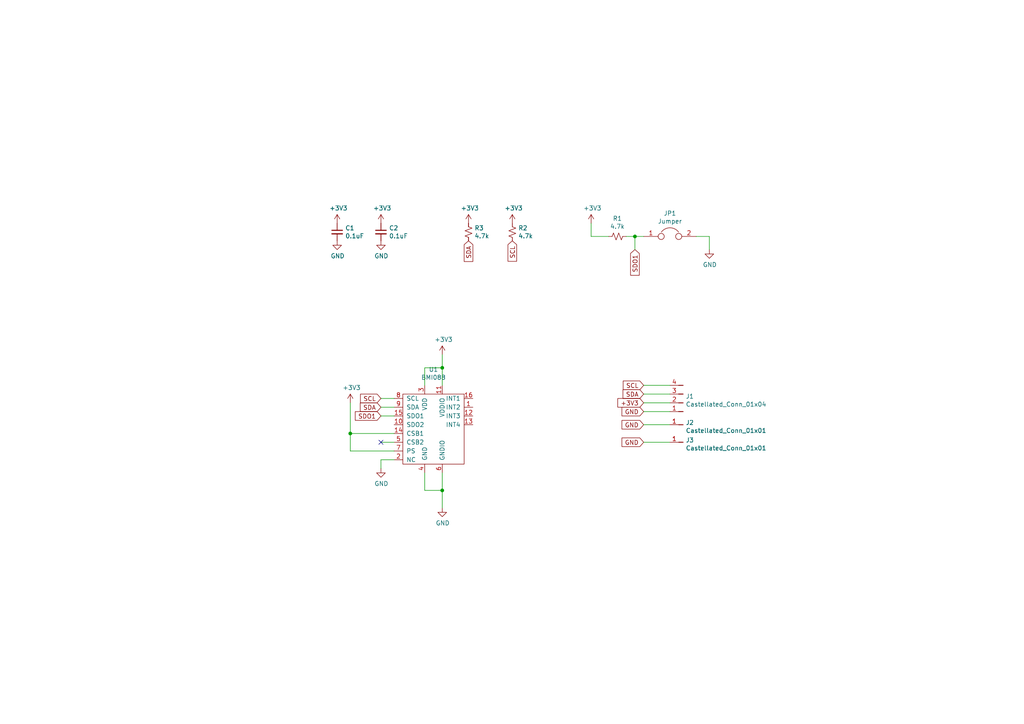
<source format=kicad_sch>
(kicad_sch (version 20211123) (generator eeschema)

  (uuid b849800a-20e5-42db-b326-c26a6d6b61f2)

  (paper "A4")

  (title_block
    (title "BMI08x Breakout Board")
    (date "2022-03-29")
    (rev "01")
    (company "Destination SPACE Inc.")
    (comment 1 "Drawn by: Austin Gleydura")
    (comment 2 "Status: COMPLETE")
    (comment 3 "(c) Destination SPACE Inc. 2022")
    (comment 4 "Licensed under CERN OHLv2 - Permissive")
  )

  (lib_symbols
    (symbol "DS-connectors:Castellated_Conn_01x01" (pin_names (offset 1.016)) (in_bom yes) (on_board yes)
      (property "Reference" "J" (id 0) (at 0 0 0)
        (effects (font (size 1.27 1.27)))
      )
      (property "Value" "DS-connectors_Castellated_Conn_01x01" (id 1) (at 0 0 0)
        (effects (font (size 1.27 1.27)))
      )
      (property "Footprint" "" (id 2) (at 0 0 0)
        (effects (font (size 1.27 1.27)) hide)
      )
      (property "Datasheet" "" (id 3) (at 0 0 0)
        (effects (font (size 1.27 1.27)) hide)
      )
      (symbol "Castellated_Conn_01x01_1_1"
        (polyline
          (pts
            (xy 1.27 -3.81)
            (xy 0 -3.81)
          )
          (stroke (width 0.254) (type default) (color 0 0 0 0))
          (fill (type none))
        )
        (pin passive line (at 3.81 -3.81 180) (length 2.54)
          (name "~" (effects (font (size 1.27 1.27))))
          (number "1" (effects (font (size 1.27 1.27))))
        )
      )
    )
    (symbol "DS-connectors:Castellated_Conn_01x04" (pin_names (offset 1.016)) (in_bom yes) (on_board yes)
      (property "Reference" "J" (id 0) (at 0 0 0)
        (effects (font (size 1.27 1.27)))
      )
      (property "Value" "DS-connectors_Castellated_Conn_01x04" (id 1) (at 0 -11.43 0)
        (effects (font (size 1.27 1.27)))
      )
      (property "Footprint" "" (id 2) (at 0 0 0)
        (effects (font (size 1.27 1.27)) hide)
      )
      (property "Datasheet" "" (id 3) (at 0 0 0)
        (effects (font (size 1.27 1.27)) hide)
      )
      (symbol "Castellated_Conn_01x04_0_1"
        (polyline
          (pts
            (xy 1.27 -1.27)
            (xy 0 -1.27)
          )
          (stroke (width 0.254) (type default) (color 0 0 0 0))
          (fill (type none))
        )
      )
      (symbol "Castellated_Conn_01x04_1_1"
        (polyline
          (pts
            (xy 1.27 -8.89)
            (xy 0 -8.89)
          )
          (stroke (width 0.254) (type default) (color 0 0 0 0))
          (fill (type none))
        )
        (polyline
          (pts
            (xy 1.27 -6.35)
            (xy 0 -6.35)
          )
          (stroke (width 0.254) (type default) (color 0 0 0 0))
          (fill (type none))
        )
        (polyline
          (pts
            (xy 1.27 -3.81)
            (xy 0 -3.81)
          )
          (stroke (width 0.254) (type default) (color 0 0 0 0))
          (fill (type none))
        )
        (pin passive line (at 3.81 -1.27 180) (length 2.54)
          (name "~" (effects (font (size 1.27 1.27))))
          (number "1" (effects (font (size 1.27 1.27))))
        )
        (pin passive line (at 3.81 -3.81 180) (length 2.54)
          (name "~" (effects (font (size 1.27 1.27))))
          (number "2" (effects (font (size 1.27 1.27))))
        )
        (pin passive line (at 3.81 -6.35 180) (length 2.54)
          (name "~" (effects (font (size 1.27 1.27))))
          (number "3" (effects (font (size 1.27 1.27))))
        )
        (pin passive line (at 3.81 -8.89 180) (length 2.54)
          (name "~" (effects (font (size 1.27 1.27))))
          (number "4" (effects (font (size 1.27 1.27))))
        )
      )
    )
    (symbol "DS-sensors:BMI088" (pin_names (offset 1.016)) (in_bom yes) (on_board yes)
      (property "Reference" "U" (id 0) (at 6.35 -21.59 0)
        (effects (font (size 1.27 1.27)))
      )
      (property "Value" "DS-sensors_BMI088" (id 1) (at 7.62 1.27 0)
        (effects (font (size 1.27 1.27)))
      )
      (property "Footprint" "" (id 2) (at 6.35 -21.59 0)
        (effects (font (size 1.27 1.27)) hide)
      )
      (property "Datasheet" "" (id 3) (at 6.35 -21.59 0)
        (effects (font (size 1.27 1.27)) hide)
      )
      (symbol "BMI088_0_1"
        (rectangle (start -8.89 0) (end 8.89 -20.32)
          (stroke (width 0) (type default) (color 0 0 0 0))
          (fill (type none))
        )
      )
      (symbol "BMI088_1_1"
        (pin bidirectional line (at 11.43 -3.81 180) (length 2.54)
          (name "INT2" (effects (font (size 1.27 1.27))))
          (number "1" (effects (font (size 1.27 1.27))))
        )
        (pin output line (at -11.43 -8.89 0) (length 2.54)
          (name "SDO2" (effects (font (size 1.27 1.27))))
          (number "10" (effects (font (size 1.27 1.27))))
        )
        (pin power_out line (at 2.54 2.54 270) (length 2.54)
          (name "VDDIO" (effects (font (size 1.27 1.27))))
          (number "11" (effects (font (size 1.27 1.27))))
        )
        (pin output line (at 11.43 -6.35 180) (length 2.54)
          (name "INT3" (effects (font (size 1.27 1.27))))
          (number "12" (effects (font (size 1.27 1.27))))
        )
        (pin output line (at 11.43 -8.89 180) (length 2.54)
          (name "INT4" (effects (font (size 1.27 1.27))))
          (number "13" (effects (font (size 1.27 1.27))))
        )
        (pin input line (at -11.43 -11.43 0) (length 2.54)
          (name "CSB1" (effects (font (size 1.27 1.27))))
          (number "14" (effects (font (size 1.27 1.27))))
        )
        (pin output line (at -11.43 -6.35 0) (length 2.54)
          (name "SDO1" (effects (font (size 1.27 1.27))))
          (number "15" (effects (font (size 1.27 1.27))))
        )
        (pin bidirectional line (at 11.43 -1.27 180) (length 2.54)
          (name "INT1" (effects (font (size 1.27 1.27))))
          (number "16" (effects (font (size 1.27 1.27))))
        )
        (pin passive line (at -11.43 -19.05 0) (length 2.54)
          (name "NC" (effects (font (size 1.27 1.27))))
          (number "2" (effects (font (size 1.27 1.27))))
        )
        (pin power_in line (at -2.54 2.54 270) (length 2.54)
          (name "VDD" (effects (font (size 1.27 1.27))))
          (number "3" (effects (font (size 1.27 1.27))))
        )
        (pin passive line (at -2.54 -22.86 90) (length 2.54)
          (name "GND" (effects (font (size 1.27 1.27))))
          (number "4" (effects (font (size 1.27 1.27))))
        )
        (pin input line (at -11.43 -13.97 0) (length 2.54)
          (name "CSB2" (effects (font (size 1.27 1.27))))
          (number "5" (effects (font (size 1.27 1.27))))
        )
        (pin passive line (at 2.54 -22.86 90) (length 2.54)
          (name "GNDIO" (effects (font (size 1.27 1.27))))
          (number "6" (effects (font (size 1.27 1.27))))
        )
        (pin input line (at -11.43 -16.51 0) (length 2.54)
          (name "PS" (effects (font (size 1.27 1.27))))
          (number "7" (effects (font (size 1.27 1.27))))
        )
        (pin input line (at -11.43 -1.27 0) (length 2.54)
          (name "SCL" (effects (font (size 1.27 1.27))))
          (number "8" (effects (font (size 1.27 1.27))))
        )
        (pin bidirectional line (at -11.43 -3.81 0) (length 2.54)
          (name "SDA" (effects (font (size 1.27 1.27))))
          (number "9" (effects (font (size 1.27 1.27))))
        )
      )
    )
    (symbol "Device:C_Small" (pin_numbers hide) (pin_names (offset 0.254) hide) (in_bom yes) (on_board yes)
      (property "Reference" "C" (id 0) (at 0.254 1.778 0)
        (effects (font (size 1.27 1.27)) (justify left))
      )
      (property "Value" "C_Small" (id 1) (at 0.254 -2.032 0)
        (effects (font (size 1.27 1.27)) (justify left))
      )
      (property "Footprint" "" (id 2) (at 0 0 0)
        (effects (font (size 1.27 1.27)) hide)
      )
      (property "Datasheet" "~" (id 3) (at 0 0 0)
        (effects (font (size 1.27 1.27)) hide)
      )
      (property "ki_keywords" "capacitor cap" (id 4) (at 0 0 0)
        (effects (font (size 1.27 1.27)) hide)
      )
      (property "ki_description" "Unpolarized capacitor, small symbol" (id 5) (at 0 0 0)
        (effects (font (size 1.27 1.27)) hide)
      )
      (property "ki_fp_filters" "C_*" (id 6) (at 0 0 0)
        (effects (font (size 1.27 1.27)) hide)
      )
      (symbol "C_Small_0_1"
        (polyline
          (pts
            (xy -1.524 -0.508)
            (xy 1.524 -0.508)
          )
          (stroke (width 0.3302) (type default) (color 0 0 0 0))
          (fill (type none))
        )
        (polyline
          (pts
            (xy -1.524 0.508)
            (xy 1.524 0.508)
          )
          (stroke (width 0.3048) (type default) (color 0 0 0 0))
          (fill (type none))
        )
      )
      (symbol "C_Small_1_1"
        (pin passive line (at 0 2.54 270) (length 2.032)
          (name "~" (effects (font (size 1.27 1.27))))
          (number "1" (effects (font (size 1.27 1.27))))
        )
        (pin passive line (at 0 -2.54 90) (length 2.032)
          (name "~" (effects (font (size 1.27 1.27))))
          (number "2" (effects (font (size 1.27 1.27))))
        )
      )
    )
    (symbol "Device:Jumper" (pin_names (offset 0.762) hide) (in_bom yes) (on_board yes)
      (property "Reference" "JP" (id 0) (at 0 3.81 0)
        (effects (font (size 1.27 1.27)))
      )
      (property "Value" "Device_Jumper" (id 1) (at 0 -2.032 0)
        (effects (font (size 1.27 1.27)))
      )
      (property "Footprint" "" (id 2) (at 0 0 0)
        (effects (font (size 1.27 1.27)) hide)
      )
      (property "Datasheet" "" (id 3) (at 0 0 0)
        (effects (font (size 1.27 1.27)) hide)
      )
      (property "ki_fp_filters" "SolderJumper* Jumper* TestPoint*2Pads* TestPoint*Bridge*" (id 4) (at 0 0 0)
        (effects (font (size 1.27 1.27)) hide)
      )
      (symbol "Jumper_0_1"
        (circle (center -2.54 0) (radius 0.889)
          (stroke (width 0) (type default) (color 0 0 0 0))
          (fill (type none))
        )
        (arc (start 2.5146 1.27) (mid 0.0127 2.5097) (end -2.4892 1.27)
          (stroke (width 0) (type default) (color 0 0 0 0))
          (fill (type none))
        )
        (circle (center 2.54 0) (radius 0.889)
          (stroke (width 0) (type default) (color 0 0 0 0))
          (fill (type none))
        )
        (pin passive line (at -7.62 0 0) (length 4.191)
          (name "1" (effects (font (size 1.27 1.27))))
          (number "1" (effects (font (size 1.27 1.27))))
        )
        (pin passive line (at 7.62 0 180) (length 4.191)
          (name "2" (effects (font (size 1.27 1.27))))
          (number "2" (effects (font (size 1.27 1.27))))
        )
      )
    )
    (symbol "Device:R_Small_US" (pin_numbers hide) (pin_names (offset 0.254) hide) (in_bom yes) (on_board yes)
      (property "Reference" "R" (id 0) (at 0.762 0.508 0)
        (effects (font (size 1.27 1.27)) (justify left))
      )
      (property "Value" "R_Small_US" (id 1) (at 0.762 -1.016 0)
        (effects (font (size 1.27 1.27)) (justify left))
      )
      (property "Footprint" "" (id 2) (at 0 0 0)
        (effects (font (size 1.27 1.27)) hide)
      )
      (property "Datasheet" "~" (id 3) (at 0 0 0)
        (effects (font (size 1.27 1.27)) hide)
      )
      (property "ki_keywords" "r resistor" (id 4) (at 0 0 0)
        (effects (font (size 1.27 1.27)) hide)
      )
      (property "ki_description" "Resistor, small US symbol" (id 5) (at 0 0 0)
        (effects (font (size 1.27 1.27)) hide)
      )
      (property "ki_fp_filters" "R_*" (id 6) (at 0 0 0)
        (effects (font (size 1.27 1.27)) hide)
      )
      (symbol "R_Small_US_1_1"
        (polyline
          (pts
            (xy 0 0)
            (xy 1.016 -0.381)
            (xy 0 -0.762)
            (xy -1.016 -1.143)
            (xy 0 -1.524)
          )
          (stroke (width 0) (type default) (color 0 0 0 0))
          (fill (type none))
        )
        (polyline
          (pts
            (xy 0 1.524)
            (xy 1.016 1.143)
            (xy 0 0.762)
            (xy -1.016 0.381)
            (xy 0 0)
          )
          (stroke (width 0) (type default) (color 0 0 0 0))
          (fill (type none))
        )
        (pin passive line (at 0 2.54 270) (length 1.016)
          (name "~" (effects (font (size 1.27 1.27))))
          (number "1" (effects (font (size 1.27 1.27))))
        )
        (pin passive line (at 0 -2.54 90) (length 1.016)
          (name "~" (effects (font (size 1.27 1.27))))
          (number "2" (effects (font (size 1.27 1.27))))
        )
      )
    )
    (symbol "power:+3.3V" (power) (pin_names (offset 0)) (in_bom yes) (on_board yes)
      (property "Reference" "#PWR" (id 0) (at 0 -3.81 0)
        (effects (font (size 1.27 1.27)) hide)
      )
      (property "Value" "+3.3V" (id 1) (at 0 3.556 0)
        (effects (font (size 1.27 1.27)))
      )
      (property "Footprint" "" (id 2) (at 0 0 0)
        (effects (font (size 1.27 1.27)) hide)
      )
      (property "Datasheet" "" (id 3) (at 0 0 0)
        (effects (font (size 1.27 1.27)) hide)
      )
      (property "ki_keywords" "power-flag" (id 4) (at 0 0 0)
        (effects (font (size 1.27 1.27)) hide)
      )
      (property "ki_description" "Power symbol creates a global label with name \"+3.3V\"" (id 5) (at 0 0 0)
        (effects (font (size 1.27 1.27)) hide)
      )
      (symbol "+3.3V_0_1"
        (polyline
          (pts
            (xy -0.762 1.27)
            (xy 0 2.54)
          )
          (stroke (width 0) (type default) (color 0 0 0 0))
          (fill (type none))
        )
        (polyline
          (pts
            (xy 0 0)
            (xy 0 2.54)
          )
          (stroke (width 0) (type default) (color 0 0 0 0))
          (fill (type none))
        )
        (polyline
          (pts
            (xy 0 2.54)
            (xy 0.762 1.27)
          )
          (stroke (width 0) (type default) (color 0 0 0 0))
          (fill (type none))
        )
      )
      (symbol "+3.3V_1_1"
        (pin power_in line (at 0 0 90) (length 0) hide
          (name "+3V3" (effects (font (size 1.27 1.27))))
          (number "1" (effects (font (size 1.27 1.27))))
        )
      )
    )
    (symbol "power:GND" (power) (pin_names (offset 0)) (in_bom yes) (on_board yes)
      (property "Reference" "#PWR" (id 0) (at 0 -6.35 0)
        (effects (font (size 1.27 1.27)) hide)
      )
      (property "Value" "GND" (id 1) (at 0 -3.81 0)
        (effects (font (size 1.27 1.27)))
      )
      (property "Footprint" "" (id 2) (at 0 0 0)
        (effects (font (size 1.27 1.27)) hide)
      )
      (property "Datasheet" "" (id 3) (at 0 0 0)
        (effects (font (size 1.27 1.27)) hide)
      )
      (property "ki_keywords" "power-flag" (id 4) (at 0 0 0)
        (effects (font (size 1.27 1.27)) hide)
      )
      (property "ki_description" "Power symbol creates a global label with name \"GND\" , ground" (id 5) (at 0 0 0)
        (effects (font (size 1.27 1.27)) hide)
      )
      (symbol "GND_0_1"
        (polyline
          (pts
            (xy 0 0)
            (xy 0 -1.27)
            (xy 1.27 -1.27)
            (xy 0 -2.54)
            (xy -1.27 -1.27)
            (xy 0 -1.27)
          )
          (stroke (width 0) (type default) (color 0 0 0 0))
          (fill (type none))
        )
      )
      (symbol "GND_1_1"
        (pin power_in line (at 0 0 270) (length 0) hide
          (name "GND" (effects (font (size 1.27 1.27))))
          (number "1" (effects (font (size 1.27 1.27))))
        )
      )
    )
  )

  (junction (at 128.27 106.68) (diameter 0) (color 0 0 0 0)
    (uuid 1e17b69a-d9f4-4a90-bfc1-7088dcfef6ad)
  )
  (junction (at 128.27 142.24) (diameter 0) (color 0 0 0 0)
    (uuid 8a17e471-398d-4b5e-8789-ff2c7b5ebc0d)
  )
  (junction (at 101.6 125.73) (diameter 0) (color 0 0 0 0)
    (uuid 9df48dbc-1a3f-4878-a7a1-ef2c38001630)
  )
  (junction (at 184.15 68.58) (diameter 0) (color 0 0 0 0)
    (uuid f622d7c9-da7f-4be7-a16b-d41f2f5674cd)
  )

  (no_connect (at 110.49 128.27) (uuid 21553c7f-3735-4a9c-a2a9-02f97b748ff4))

  (wire (pts (xy 205.74 68.58) (xy 205.74 72.39))
    (stroke (width 0) (type default) (color 0 0 0 0))
    (uuid 22e7fee3-80ce-4ad3-849b-5b63d15bf7e5)
  )
  (wire (pts (xy 184.15 68.58) (xy 186.69 68.58))
    (stroke (width 0) (type default) (color 0 0 0 0))
    (uuid 34357817-b517-4005-94fd-0b60657f682f)
  )
  (wire (pts (xy 110.49 118.11) (xy 114.3 118.11))
    (stroke (width 0) (type default) (color 0 0 0 0))
    (uuid 370aa061-0ed4-4240-8db3-28637b167b87)
  )
  (wire (pts (xy 123.19 137.16) (xy 123.19 142.24))
    (stroke (width 0) (type default) (color 0 0 0 0))
    (uuid 48b4a316-b60b-41a6-93a4-9b77db520026)
  )
  (wire (pts (xy 123.19 106.68) (xy 128.27 106.68))
    (stroke (width 0) (type default) (color 0 0 0 0))
    (uuid 4b7ae60d-7a4d-4b0a-b1b5-85f826643874)
  )
  (wire (pts (xy 171.45 68.58) (xy 176.53 68.58))
    (stroke (width 0) (type default) (color 0 0 0 0))
    (uuid 4bda5e6a-7589-4519-9c2c-e10c55331338)
  )
  (wire (pts (xy 186.69 123.19) (xy 194.31 123.19))
    (stroke (width 0) (type default) (color 0 0 0 0))
    (uuid 51ee4514-855a-4ab8-9219-010b97cd0cb9)
  )
  (wire (pts (xy 171.45 64.77) (xy 171.45 68.58))
    (stroke (width 0) (type default) (color 0 0 0 0))
    (uuid 580e31ce-3510-4b70-825a-5bd5888a6eed)
  )
  (wire (pts (xy 128.27 137.16) (xy 128.27 142.24))
    (stroke (width 0) (type default) (color 0 0 0 0))
    (uuid 587824c0-ea29-4e7c-9227-86f616444bde)
  )
  (wire (pts (xy 110.49 128.27) (xy 114.3 128.27))
    (stroke (width 0) (type default) (color 0 0 0 0))
    (uuid 593b4e3d-fc97-4370-86a0-ce135a280d1c)
  )
  (wire (pts (xy 201.93 68.58) (xy 205.74 68.58))
    (stroke (width 0) (type default) (color 0 0 0 0))
    (uuid 60d7e707-0ca7-4991-b8c2-62d87676ab7f)
  )
  (wire (pts (xy 194.31 128.27) (xy 186.69 128.27))
    (stroke (width 0) (type default) (color 0 0 0 0))
    (uuid 65ad3ac2-6708-4c86-b30d-bd82864fb4e3)
  )
  (wire (pts (xy 181.61 68.58) (xy 184.15 68.58))
    (stroke (width 0) (type default) (color 0 0 0 0))
    (uuid 7d5f2de9-d1be-4094-a987-402ee2bd6fc0)
  )
  (wire (pts (xy 194.31 116.84) (xy 186.69 116.84))
    (stroke (width 0) (type default) (color 0 0 0 0))
    (uuid 825327ac-4c75-47d8-8245-648cd57192ec)
  )
  (wire (pts (xy 186.69 119.38) (xy 194.31 119.38))
    (stroke (width 0) (type default) (color 0 0 0 0))
    (uuid 84e10ebe-795a-49e9-bb43-5e09dc784a67)
  )
  (wire (pts (xy 128.27 106.68) (xy 128.27 102.87))
    (stroke (width 0) (type default) (color 0 0 0 0))
    (uuid 8b0fce53-777d-4c33-9887-976cb40824e1)
  )
  (wire (pts (xy 184.15 72.39) (xy 184.15 68.58))
    (stroke (width 0) (type default) (color 0 0 0 0))
    (uuid 8b221660-9437-4ecb-be4f-367954e7371f)
  )
  (wire (pts (xy 186.69 114.3) (xy 194.31 114.3))
    (stroke (width 0) (type default) (color 0 0 0 0))
    (uuid 8de83d44-c65a-4252-8004-35a1e5d32cb9)
  )
  (wire (pts (xy 101.6 130.81) (xy 101.6 125.73))
    (stroke (width 0) (type default) (color 0 0 0 0))
    (uuid a46948a9-f6c6-412c-905c-0211e0b49f19)
  )
  (wire (pts (xy 110.49 115.57) (xy 114.3 115.57))
    (stroke (width 0) (type default) (color 0 0 0 0))
    (uuid a819b5ef-22b4-4669-bc54-8aa9bca66f4b)
  )
  (wire (pts (xy 128.27 111.76) (xy 128.27 106.68))
    (stroke (width 0) (type default) (color 0 0 0 0))
    (uuid a86c4b5a-7bcc-40ac-aea8-70841fe54cd5)
  )
  (wire (pts (xy 110.49 120.65) (xy 114.3 120.65))
    (stroke (width 0) (type default) (color 0 0 0 0))
    (uuid a9507b76-892d-4fec-b53f-bdb22c76a97f)
  )
  (wire (pts (xy 110.49 133.35) (xy 114.3 133.35))
    (stroke (width 0) (type default) (color 0 0 0 0))
    (uuid ab9c68be-8350-49f5-9856-c10a33cdc81d)
  )
  (wire (pts (xy 128.27 142.24) (xy 128.27 147.32))
    (stroke (width 0) (type default) (color 0 0 0 0))
    (uuid abf0c9d7-abd8-4ba6-9bb5-abdb51547741)
  )
  (wire (pts (xy 101.6 125.73) (xy 114.3 125.73))
    (stroke (width 0) (type default) (color 0 0 0 0))
    (uuid cded8077-0aeb-406c-a2e5-01821addfccf)
  )
  (wire (pts (xy 114.3 130.81) (xy 101.6 130.81))
    (stroke (width 0) (type default) (color 0 0 0 0))
    (uuid ce93b7d4-8038-415d-9edf-7b8ddf4804f5)
  )
  (wire (pts (xy 194.31 111.76) (xy 186.69 111.76))
    (stroke (width 0) (type default) (color 0 0 0 0))
    (uuid d648e209-6887-4132-b697-553c7ccbabbd)
  )
  (wire (pts (xy 123.19 111.76) (xy 123.19 106.68))
    (stroke (width 0) (type default) (color 0 0 0 0))
    (uuid e29f4143-3e4b-42c6-b23a-0180c6c9b482)
  )
  (wire (pts (xy 110.49 135.89) (xy 110.49 133.35))
    (stroke (width 0) (type default) (color 0 0 0 0))
    (uuid f253f7fd-454d-487d-9ea8-f04021c194d3)
  )
  (wire (pts (xy 123.19 142.24) (xy 128.27 142.24))
    (stroke (width 0) (type default) (color 0 0 0 0))
    (uuid f31d22c3-2600-46b1-be13-be71577b1598)
  )
  (wire (pts (xy 101.6 116.84) (xy 101.6 125.73))
    (stroke (width 0) (type default) (color 0 0 0 0))
    (uuid f9e3490e-a659-4756-8d28-b93b3f6b919d)
  )

  (global_label "GND" (shape input) (at 186.69 128.27 180) (fields_autoplaced)
    (effects (font (size 1.27 1.27)) (justify right))
    (uuid 031bbed4-44e9-406a-bb30-74870047527c)
    (property "Intersheet References" "${INTERSHEET_REFS}" (id 0) (at 46.99 -11.43 0)
      (effects (font (size 1.27 1.27)) hide)
    )
  )
  (global_label "SDA" (shape input) (at 186.69 114.3 180) (fields_autoplaced)
    (effects (font (size 1.27 1.27)) (justify right))
    (uuid 0707ca2b-2679-444e-9cd5-b8633986ff68)
    (property "Intersheet References" "${INTERSHEET_REFS}" (id 0) (at 46.99 -11.43 0)
      (effects (font (size 1.27 1.27)) hide)
    )
  )
  (global_label "SDA" (shape input) (at 135.89 69.85 270) (fields_autoplaced)
    (effects (font (size 1.27 1.27)) (justify right))
    (uuid 1444efe3-3c7a-4f60-9ff4-8aa2b60435a0)
    (property "Intersheet References" "${INTERSHEET_REFS}" (id 0) (at 46.99 -11.43 0)
      (effects (font (size 1.27 1.27)) hide)
    )
  )
  (global_label "GND" (shape input) (at 186.69 123.19 180) (fields_autoplaced)
    (effects (font (size 1.27 1.27)) (justify right))
    (uuid 43f7bfa1-63f0-4188-9aeb-179fd0f01620)
    (property "Intersheet References" "${INTERSHEET_REFS}" (id 0) (at 46.99 -11.43 0)
      (effects (font (size 1.27 1.27)) hide)
    )
  )
  (global_label "SDA" (shape input) (at 110.49 118.11 180) (fields_autoplaced)
    (effects (font (size 1.27 1.27)) (justify right))
    (uuid 57f0815a-04c0-47ca-a4c4-13c723f0b108)
    (property "Intersheet References" "${INTERSHEET_REFS}" (id 0) (at 46.99 -11.43 0)
      (effects (font (size 1.27 1.27)) hide)
    )
  )
  (global_label "SCL" (shape input) (at 186.69 111.76 180) (fields_autoplaced)
    (effects (font (size 1.27 1.27)) (justify right))
    (uuid 64e805d8-f774-4103-95dc-9d7211031c60)
    (property "Intersheet References" "${INTERSHEET_REFS}" (id 0) (at 46.99 -11.43 0)
      (effects (font (size 1.27 1.27)) hide)
    )
  )
  (global_label "SCL" (shape input) (at 110.49 115.57 180) (fields_autoplaced)
    (effects (font (size 1.27 1.27)) (justify right))
    (uuid 9cc770d7-d3ea-4e39-94f0-5f75124434c2)
    (property "Intersheet References" "${INTERSHEET_REFS}" (id 0) (at 46.99 -11.43 0)
      (effects (font (size 1.27 1.27)) hide)
    )
  )
  (global_label "SDO1" (shape input) (at 110.49 120.65 180) (fields_autoplaced)
    (effects (font (size 1.27 1.27)) (justify right))
    (uuid 9e2ac6b0-c056-4715-abbd-0434ad4b859d)
    (property "Intersheet References" "${INTERSHEET_REFS}" (id 0) (at 46.99 -11.43 0)
      (effects (font (size 1.27 1.27)) hide)
    )
  )
  (global_label "GND" (shape input) (at 186.69 119.38 180) (fields_autoplaced)
    (effects (font (size 1.27 1.27)) (justify right))
    (uuid a37d0d59-a8f4-4789-9df3-eabc79479dc7)
    (property "Intersheet References" "${INTERSHEET_REFS}" (id 0) (at 46.99 -11.43 0)
      (effects (font (size 1.27 1.27)) hide)
    )
  )
  (global_label "SDO1" (shape input) (at 184.15 72.39 270) (fields_autoplaced)
    (effects (font (size 1.27 1.27)) (justify right))
    (uuid c3d91892-0159-4dfe-a6c8-977865a507b2)
    (property "Intersheet References" "${INTERSHEET_REFS}" (id 0) (at 46.99 -11.43 0)
      (effects (font (size 1.27 1.27)) hide)
    )
  )
  (global_label "+3V3" (shape input) (at 186.69 116.84 180) (fields_autoplaced)
    (effects (font (size 1.27 1.27)) (justify right))
    (uuid c5bc07f9-8446-40c9-87a9-a34ee819a5e6)
    (property "Intersheet References" "${INTERSHEET_REFS}" (id 0) (at 46.99 -11.43 0)
      (effects (font (size 1.27 1.27)) hide)
    )
  )
  (global_label "SCL" (shape input) (at 148.59 69.85 270) (fields_autoplaced)
    (effects (font (size 1.27 1.27)) (justify right))
    (uuid cdf301ef-3964-478d-be2a-ef4a338584be)
    (property "Intersheet References" "${INTERSHEET_REFS}" (id 0) (at 46.99 -11.43 0)
      (effects (font (size 1.27 1.27)) hide)
    )
  )

  (symbol (lib_id "DS-sensors:BMI088") (at 125.73 114.3 0) (unit 1)
    (in_bom yes) (on_board yes)
    (uuid 00000000-0000-0000-0000-000061494e9e)
    (property "Reference" "U1" (id 0) (at 125.73 107.1626 0))
    (property "Value" "BMI088" (id 1) (at 125.73 109.474 0))
    (property "Footprint" "DS-sensors:BMI088" (id 2) (at 132.08 135.89 0)
      (effects (font (size 1.27 1.27)) hide)
    )
    (property "Datasheet" "" (id 3) (at 132.08 135.89 0)
      (effects (font (size 1.27 1.27)) hide)
    )
    (pin "1" (uuid eda1404a-25f3-42d4-b3de-9cb5b2a0a6f3))
    (pin "10" (uuid 28a4854b-55cf-40bf-936f-20030cb58dca))
    (pin "11" (uuid 88498e42-828d-448a-8743-59317f0241b9))
    (pin "12" (uuid e1063ee5-0a3f-4895-be47-a3f836cb9d7c))
    (pin "13" (uuid 11aba65b-53a2-477d-9cee-8bb1f5f76453))
    (pin "14" (uuid b742c66c-293a-4b92-9ddd-a81f2023fa22))
    (pin "15" (uuid 0d64db08-529c-40d0-bed9-b49d810f3c54))
    (pin "16" (uuid 903fb6ee-58aa-43ee-82e2-a7a7437b73c0))
    (pin "2" (uuid 16fffe0c-44c7-45a6-8b8d-0d3fad27a98d))
    (pin "3" (uuid 92bb8e51-1237-46be-b5a7-f20aabc73d15))
    (pin "4" (uuid 22e3926d-435b-4901-934b-b66d84eea9d1))
    (pin "5" (uuid edc86235-ac7d-46c6-8107-0c033dfbef19))
    (pin "6" (uuid f3dad6f2-841b-45b4-9de1-d72386fcdaf7))
    (pin "7" (uuid 34db1e98-a6f2-4653-b8b4-8bbe37151215))
    (pin "8" (uuid c9cef481-32d4-4379-9333-b9ef31f015a7))
    (pin "9" (uuid b76e3e1d-22a6-485f-8f6e-9c37d7fdff22))
  )

  (symbol (lib_id "power:+3.3V") (at 128.27 102.87 0) (unit 1)
    (in_bom yes) (on_board yes)
    (uuid 00000000-0000-0000-0000-000061498350)
    (property "Reference" "#PWR0101" (id 0) (at 128.27 106.68 0)
      (effects (font (size 1.27 1.27)) hide)
    )
    (property "Value" "+3.3V" (id 1) (at 128.651 98.4758 0))
    (property "Footprint" "" (id 2) (at 128.27 102.87 0)
      (effects (font (size 1.27 1.27)) hide)
    )
    (property "Datasheet" "" (id 3) (at 128.27 102.87 0)
      (effects (font (size 1.27 1.27)) hide)
    )
    (pin "1" (uuid e874c33e-4644-4b4b-9372-055abdd842be))
  )

  (symbol (lib_id "power:GND") (at 128.27 147.32 0) (unit 1)
    (in_bom yes) (on_board yes)
    (uuid 00000000-0000-0000-0000-000061499141)
    (property "Reference" "#PWR0102" (id 0) (at 128.27 153.67 0)
      (effects (font (size 1.27 1.27)) hide)
    )
    (property "Value" "GND" (id 1) (at 128.397 151.7142 0))
    (property "Footprint" "" (id 2) (at 128.27 147.32 0)
      (effects (font (size 1.27 1.27)) hide)
    )
    (property "Datasheet" "" (id 3) (at 128.27 147.32 0)
      (effects (font (size 1.27 1.27)) hide)
    )
    (pin "1" (uuid e605d4d7-1c1e-4df3-a3f7-ed2f891b98cb))
  )

  (symbol (lib_id "power:GND") (at 110.49 135.89 0) (unit 1)
    (in_bom yes) (on_board yes)
    (uuid 00000000-0000-0000-0000-00006149b190)
    (property "Reference" "#PWR0103" (id 0) (at 110.49 142.24 0)
      (effects (font (size 1.27 1.27)) hide)
    )
    (property "Value" "GND" (id 1) (at 110.617 140.2842 0))
    (property "Footprint" "" (id 2) (at 110.49 135.89 0)
      (effects (font (size 1.27 1.27)) hide)
    )
    (property "Datasheet" "" (id 3) (at 110.49 135.89 0)
      (effects (font (size 1.27 1.27)) hide)
    )
    (pin "1" (uuid fb69b694-d5b5-41ed-830c-024828dff54c))
  )

  (symbol (lib_id "power:+3.3V") (at 101.6 116.84 0) (unit 1)
    (in_bom yes) (on_board yes)
    (uuid 00000000-0000-0000-0000-00006149bdad)
    (property "Reference" "#PWR0104" (id 0) (at 101.6 120.65 0)
      (effects (font (size 1.27 1.27)) hide)
    )
    (property "Value" "+3.3V" (id 1) (at 101.981 112.4458 0))
    (property "Footprint" "" (id 2) (at 101.6 116.84 0)
      (effects (font (size 1.27 1.27)) hide)
    )
    (property "Datasheet" "" (id 3) (at 101.6 116.84 0)
      (effects (font (size 1.27 1.27)) hide)
    )
    (pin "1" (uuid 9e69aef3-6e68-4a89-8fb2-c8211c868c04))
  )

  (symbol (lib_id "power:+3.3V") (at 97.79 64.77 0) (unit 1)
    (in_bom yes) (on_board yes)
    (uuid 00000000-0000-0000-0000-00006149d90e)
    (property "Reference" "#PWR0105" (id 0) (at 97.79 68.58 0)
      (effects (font (size 1.27 1.27)) hide)
    )
    (property "Value" "+3.3V" (id 1) (at 98.171 60.3758 0))
    (property "Footprint" "" (id 2) (at 97.79 64.77 0)
      (effects (font (size 1.27 1.27)) hide)
    )
    (property "Datasheet" "" (id 3) (at 97.79 64.77 0)
      (effects (font (size 1.27 1.27)) hide)
    )
    (pin "1" (uuid c8d7f8c9-f0cb-4f87-b566-cad30266a5b5))
  )

  (symbol (lib_id "Device:C_Small") (at 97.79 67.31 0) (unit 1)
    (in_bom yes) (on_board yes)
    (uuid 00000000-0000-0000-0000-0000614a053e)
    (property "Reference" "C1" (id 0) (at 100.1268 66.1416 0)
      (effects (font (size 1.27 1.27)) (justify left))
    )
    (property "Value" "0.1uF" (id 1) (at 100.1268 68.453 0)
      (effects (font (size 1.27 1.27)) (justify left))
    )
    (property "Footprint" "Capacitor_SMD:C_0805_2012Metric" (id 2) (at 97.79 67.31 0)
      (effects (font (size 1.27 1.27)) hide)
    )
    (property "Datasheet" "~" (id 3) (at 97.79 67.31 0)
      (effects (font (size 1.27 1.27)) hide)
    )
    (pin "1" (uuid 7f4e060b-9e6c-44f5-9022-212391e75ec4))
    (pin "2" (uuid 2d760bd7-8dda-4a69-a3b9-d7883649e4d5))
  )

  (symbol (lib_id "power:GND") (at 97.79 69.85 0) (unit 1)
    (in_bom yes) (on_board yes)
    (uuid 00000000-0000-0000-0000-0000614a114f)
    (property "Reference" "#PWR0106" (id 0) (at 97.79 76.2 0)
      (effects (font (size 1.27 1.27)) hide)
    )
    (property "Value" "GND" (id 1) (at 97.917 74.2442 0))
    (property "Footprint" "" (id 2) (at 97.79 69.85 0)
      (effects (font (size 1.27 1.27)) hide)
    )
    (property "Datasheet" "" (id 3) (at 97.79 69.85 0)
      (effects (font (size 1.27 1.27)) hide)
    )
    (pin "1" (uuid 191a164f-e07f-43e1-bc93-87f597c2bb29))
  )

  (symbol (lib_id "power:+3.3V") (at 110.49 64.77 0) (unit 1)
    (in_bom yes) (on_board yes)
    (uuid 00000000-0000-0000-0000-0000614a1381)
    (property "Reference" "#PWR0107" (id 0) (at 110.49 68.58 0)
      (effects (font (size 1.27 1.27)) hide)
    )
    (property "Value" "+3.3V" (id 1) (at 110.871 60.3758 0))
    (property "Footprint" "" (id 2) (at 110.49 64.77 0)
      (effects (font (size 1.27 1.27)) hide)
    )
    (property "Datasheet" "" (id 3) (at 110.49 64.77 0)
      (effects (font (size 1.27 1.27)) hide)
    )
    (pin "1" (uuid 3f6188c6-f2db-4c88-adc8-a34b79bc9199))
  )

  (symbol (lib_id "power:GND") (at 110.49 69.85 0) (unit 1)
    (in_bom yes) (on_board yes)
    (uuid 00000000-0000-0000-0000-0000614a20ba)
    (property "Reference" "#PWR0108" (id 0) (at 110.49 76.2 0)
      (effects (font (size 1.27 1.27)) hide)
    )
    (property "Value" "GND" (id 1) (at 110.617 74.2442 0))
    (property "Footprint" "" (id 2) (at 110.49 69.85 0)
      (effects (font (size 1.27 1.27)) hide)
    )
    (property "Datasheet" "" (id 3) (at 110.49 69.85 0)
      (effects (font (size 1.27 1.27)) hide)
    )
    (pin "1" (uuid b7c8444d-6681-4d89-b405-3a56277db767))
  )

  (symbol (lib_id "Device:C_Small") (at 110.49 67.31 0) (unit 1)
    (in_bom yes) (on_board yes)
    (uuid 00000000-0000-0000-0000-0000614a256c)
    (property "Reference" "C2" (id 0) (at 112.8268 66.1416 0)
      (effects (font (size 1.27 1.27)) (justify left))
    )
    (property "Value" "0.1uF" (id 1) (at 112.8268 68.453 0)
      (effects (font (size 1.27 1.27)) (justify left))
    )
    (property "Footprint" "Capacitor_SMD:C_0805_2012Metric" (id 2) (at 110.49 67.31 0)
      (effects (font (size 1.27 1.27)) hide)
    )
    (property "Datasheet" "~" (id 3) (at 110.49 67.31 0)
      (effects (font (size 1.27 1.27)) hide)
    )
    (pin "1" (uuid 38409c78-b39c-48ed-92b0-0604b33b4812))
    (pin "2" (uuid 901f37ac-b4b0-4741-aed1-794e93ecd642))
  )

  (symbol (lib_id "power:+3.3V") (at 135.89 64.77 0) (unit 1)
    (in_bom yes) (on_board yes)
    (uuid 00000000-0000-0000-0000-0000614a3fc1)
    (property "Reference" "#PWR0109" (id 0) (at 135.89 68.58 0)
      (effects (font (size 1.27 1.27)) hide)
    )
    (property "Value" "+3.3V" (id 1) (at 136.271 60.3758 0))
    (property "Footprint" "" (id 2) (at 135.89 64.77 0)
      (effects (font (size 1.27 1.27)) hide)
    )
    (property "Datasheet" "" (id 3) (at 135.89 64.77 0)
      (effects (font (size 1.27 1.27)) hide)
    )
    (pin "1" (uuid 3333ebbd-b600-46c6-8cf0-8b6e02842df3))
  )

  (symbol (lib_id "Device:R_Small_US") (at 135.89 67.31 0) (unit 1)
    (in_bom yes) (on_board yes)
    (uuid 00000000-0000-0000-0000-0000614a533d)
    (property "Reference" "R3" (id 0) (at 137.6172 66.1416 0)
      (effects (font (size 1.27 1.27)) (justify left))
    )
    (property "Value" "4.7k" (id 1) (at 137.6172 68.453 0)
      (effects (font (size 1.27 1.27)) (justify left))
    )
    (property "Footprint" "Resistor_SMD:R_0805_2012Metric" (id 2) (at 135.89 67.31 0)
      (effects (font (size 1.27 1.27)) hide)
    )
    (property "Datasheet" "~" (id 3) (at 135.89 67.31 0)
      (effects (font (size 1.27 1.27)) hide)
    )
    (pin "1" (uuid 2c5f8593-370a-4c81-8fbb-48a207649603))
    (pin "2" (uuid 39426a0d-19d0-4b9a-8f94-a088f02f338b))
  )

  (symbol (lib_id "power:+3.3V") (at 148.59 64.77 0) (unit 1)
    (in_bom yes) (on_board yes)
    (uuid 00000000-0000-0000-0000-0000614a7a04)
    (property "Reference" "#PWR0110" (id 0) (at 148.59 68.58 0)
      (effects (font (size 1.27 1.27)) hide)
    )
    (property "Value" "+3.3V" (id 1) (at 148.971 60.3758 0))
    (property "Footprint" "" (id 2) (at 148.59 64.77 0)
      (effects (font (size 1.27 1.27)) hide)
    )
    (property "Datasheet" "" (id 3) (at 148.59 64.77 0)
      (effects (font (size 1.27 1.27)) hide)
    )
    (pin "1" (uuid 59df77d3-c172-419e-a259-af32a99e7ca6))
  )

  (symbol (lib_id "Device:R_Small_US") (at 148.59 67.31 0) (unit 1)
    (in_bom yes) (on_board yes)
    (uuid 00000000-0000-0000-0000-0000614a8378)
    (property "Reference" "R2" (id 0) (at 150.3172 66.1416 0)
      (effects (font (size 1.27 1.27)) (justify left))
    )
    (property "Value" "4.7k" (id 1) (at 150.3172 68.453 0)
      (effects (font (size 1.27 1.27)) (justify left))
    )
    (property "Footprint" "Resistor_SMD:R_0805_2012Metric" (id 2) (at 148.59 67.31 0)
      (effects (font (size 1.27 1.27)) hide)
    )
    (property "Datasheet" "~" (id 3) (at 148.59 67.31 0)
      (effects (font (size 1.27 1.27)) hide)
    )
    (pin "1" (uuid 77f225a6-84b5-4731-8d69-b569888ed7e8))
    (pin "2" (uuid 99b7cb1d-d0d9-415c-9b34-b19e737b07ad))
  )

  (symbol (lib_id "Device:Jumper") (at 194.31 68.58 0) (unit 1)
    (in_bom yes) (on_board yes)
    (uuid 00000000-0000-0000-0000-0000614a978f)
    (property "Reference" "JP1" (id 0) (at 194.31 61.8744 0))
    (property "Value" "Jumper" (id 1) (at 194.31 64.1858 0))
    (property "Footprint" "Jumper:SolderJumper-2_P1.3mm_Open_TrianglePad1.0x1.5mm" (id 2) (at 194.31 68.58 0)
      (effects (font (size 1.27 1.27)) hide)
    )
    (property "Datasheet" "~" (id 3) (at 194.31 68.58 0)
      (effects (font (size 1.27 1.27)) hide)
    )
    (pin "1" (uuid cf9811bc-eeec-4fba-86b2-b1834c4c186e))
    (pin "2" (uuid bca01722-d5e1-4cf3-95ef-65b2a2a388c1))
  )

  (symbol (lib_id "Device:R_Small_US") (at 179.07 68.58 270) (unit 1)
    (in_bom yes) (on_board yes)
    (uuid 00000000-0000-0000-0000-0000614aaee1)
    (property "Reference" "R1" (id 0) (at 179.07 63.373 90))
    (property "Value" "4.7k" (id 1) (at 179.07 65.6844 90))
    (property "Footprint" "Resistor_SMD:R_0805_2012Metric" (id 2) (at 179.07 68.58 0)
      (effects (font (size 1.27 1.27)) hide)
    )
    (property "Datasheet" "~" (id 3) (at 179.07 68.58 0)
      (effects (font (size 1.27 1.27)) hide)
    )
    (pin "1" (uuid 7da58a34-37c3-40d8-8315-d148180c205b))
    (pin "2" (uuid 4b11d2da-3e9e-4c0c-8422-e37bc14e9928))
  )

  (symbol (lib_id "power:+3.3V") (at 171.45 64.77 0) (unit 1)
    (in_bom yes) (on_board yes)
    (uuid 00000000-0000-0000-0000-0000614ad457)
    (property "Reference" "#PWR0111" (id 0) (at 171.45 68.58 0)
      (effects (font (size 1.27 1.27)) hide)
    )
    (property "Value" "+3.3V" (id 1) (at 171.831 60.3758 0))
    (property "Footprint" "" (id 2) (at 171.45 64.77 0)
      (effects (font (size 1.27 1.27)) hide)
    )
    (property "Datasheet" "" (id 3) (at 171.45 64.77 0)
      (effects (font (size 1.27 1.27)) hide)
    )
    (pin "1" (uuid d81ddeec-f298-4fd7-9726-89a21de6257c))
  )

  (symbol (lib_id "power:GND") (at 205.74 72.39 0) (unit 1)
    (in_bom yes) (on_board yes)
    (uuid 00000000-0000-0000-0000-0000614af56f)
    (property "Reference" "#PWR0112" (id 0) (at 205.74 78.74 0)
      (effects (font (size 1.27 1.27)) hide)
    )
    (property "Value" "GND" (id 1) (at 205.867 76.7842 0))
    (property "Footprint" "" (id 2) (at 205.74 72.39 0)
      (effects (font (size 1.27 1.27)) hide)
    )
    (property "Datasheet" "" (id 3) (at 205.74 72.39 0)
      (effects (font (size 1.27 1.27)) hide)
    )
    (pin "1" (uuid 7d6a405d-0925-4afd-8394-5a0877a6ddfa))
  )

  (symbol (lib_id "DS-connectors:Castellated_Conn_01x04") (at 198.12 120.65 180) (unit 1)
    (in_bom yes) (on_board yes)
    (uuid 00000000-0000-0000-0000-000061534104)
    (property "Reference" "J1" (id 0) (at 198.882 114.9604 0)
      (effects (font (size 1.27 1.27)) (justify right))
    )
    (property "Value" "Castellated_Conn_01x04" (id 1) (at 198.882 117.2718 0)
      (effects (font (size 1.27 1.27)) (justify right))
    )
    (property "Footprint" "DS-connectors:Castellated_PinHeader_01x04_P2.54mm_Vertical" (id 2) (at 198.12 120.65 0)
      (effects (font (size 1.27 1.27)) hide)
    )
    (property "Datasheet" "" (id 3) (at 198.12 120.65 0)
      (effects (font (size 1.27 1.27)) hide)
    )
    (pin "1" (uuid f6dda319-d557-4d2b-8230-6dae8434c30a))
    (pin "2" (uuid ad22c593-6a9b-4af4-b68e-0bedcb1a436b))
    (pin "3" (uuid cdcb4f54-8fa0-4fb4-ad2b-0847dcdacf18))
    (pin "4" (uuid 47114f1d-9532-4717-938a-a9c9a78fcda2))
  )

  (symbol (lib_id "DS-connectors:Castellated_Conn_01x01") (at 198.12 127 180) (unit 1)
    (in_bom yes) (on_board yes)
    (uuid 00000000-0000-0000-0000-000061538f96)
    (property "Reference" "J2" (id 0) (at 198.882 122.5804 0)
      (effects (font (size 1.27 1.27)) (justify right))
    )
    (property "Value" "Castellated_Conn_01x01" (id 1) (at 198.882 124.8918 0)
      (effects (font (size 1.27 1.27)) (justify right))
    )
    (property "Footprint" "DS-connectors:Castellated_PinHeader_01x01_P2.54mm_Vertical" (id 2) (at 198.12 127 0)
      (effects (font (size 1.27 1.27)) hide)
    )
    (property "Datasheet" "" (id 3) (at 198.12 127 0)
      (effects (font (size 1.27 1.27)) hide)
    )
    (pin "1" (uuid 9c888260-6a84-40c0-9539-b67030338195))
  )

  (symbol (lib_id "DS-connectors:Castellated_Conn_01x01") (at 198.12 132.08 180) (unit 1)
    (in_bom yes) (on_board yes)
    (uuid 00000000-0000-0000-0000-00006153a973)
    (property "Reference" "J3" (id 0) (at 198.882 127.6604 0)
      (effects (font (size 1.27 1.27)) (justify right))
    )
    (property "Value" "Castellated_Conn_01x01" (id 1) (at 198.882 129.9718 0)
      (effects (font (size 1.27 1.27)) (justify right))
    )
    (property "Footprint" "DS-connectors:Castellated_PinHeader_01x01_P2.54mm_Vertical" (id 2) (at 198.12 132.08 0)
      (effects (font (size 1.27 1.27)) hide)
    )
    (property "Datasheet" "" (id 3) (at 198.12 132.08 0)
      (effects (font (size 1.27 1.27)) hide)
    )
    (pin "1" (uuid 0796cfd2-0da1-43f6-a95f-51770e1d88a7))
  )

  (sheet_instances
    (path "/" (page "1"))
  )

  (symbol_instances
    (path "/00000000-0000-0000-0000-000061498350"
      (reference "#PWR0101") (unit 1) (value "+3.3V") (footprint "")
    )
    (path "/00000000-0000-0000-0000-000061499141"
      (reference "#PWR0102") (unit 1) (value "GND") (footprint "")
    )
    (path "/00000000-0000-0000-0000-00006149b190"
      (reference "#PWR0103") (unit 1) (value "GND") (footprint "")
    )
    (path "/00000000-0000-0000-0000-00006149bdad"
      (reference "#PWR0104") (unit 1) (value "+3.3V") (footprint "")
    )
    (path "/00000000-0000-0000-0000-00006149d90e"
      (reference "#PWR0105") (unit 1) (value "+3.3V") (footprint "")
    )
    (path "/00000000-0000-0000-0000-0000614a114f"
      (reference "#PWR0106") (unit 1) (value "GND") (footprint "")
    )
    (path "/00000000-0000-0000-0000-0000614a1381"
      (reference "#PWR0107") (unit 1) (value "+3.3V") (footprint "")
    )
    (path "/00000000-0000-0000-0000-0000614a20ba"
      (reference "#PWR0108") (unit 1) (value "GND") (footprint "")
    )
    (path "/00000000-0000-0000-0000-0000614a3fc1"
      (reference "#PWR0109") (unit 1) (value "+3.3V") (footprint "")
    )
    (path "/00000000-0000-0000-0000-0000614a7a04"
      (reference "#PWR0110") (unit 1) (value "+3.3V") (footprint "")
    )
    (path "/00000000-0000-0000-0000-0000614ad457"
      (reference "#PWR0111") (unit 1) (value "+3.3V") (footprint "")
    )
    (path "/00000000-0000-0000-0000-0000614af56f"
      (reference "#PWR0112") (unit 1) (value "GND") (footprint "")
    )
    (path "/00000000-0000-0000-0000-0000614a053e"
      (reference "C1") (unit 1) (value "0.1uF") (footprint "Capacitor_SMD:C_0805_2012Metric")
    )
    (path "/00000000-0000-0000-0000-0000614a256c"
      (reference "C2") (unit 1) (value "0.1uF") (footprint "Capacitor_SMD:C_0805_2012Metric")
    )
    (path "/00000000-0000-0000-0000-000061534104"
      (reference "J1") (unit 1) (value "Castellated_Conn_01x04") (footprint "DS-connectors:Castellated_PinHeader_01x04_P2.54mm_Vertical")
    )
    (path "/00000000-0000-0000-0000-000061538f96"
      (reference "J2") (unit 1) (value "Castellated_Conn_01x01") (footprint "DS-connectors:Castellated_PinHeader_01x01_P2.54mm_Vertical")
    )
    (path "/00000000-0000-0000-0000-00006153a973"
      (reference "J3") (unit 1) (value "Castellated_Conn_01x01") (footprint "DS-connectors:Castellated_PinHeader_01x01_P2.54mm_Vertical")
    )
    (path "/00000000-0000-0000-0000-0000614a978f"
      (reference "JP1") (unit 1) (value "Jumper") (footprint "Jumper:SolderJumper-2_P1.3mm_Open_TrianglePad1.0x1.5mm")
    )
    (path "/00000000-0000-0000-0000-0000614aaee1"
      (reference "R1") (unit 1) (value "4.7k") (footprint "Resistor_SMD:R_0805_2012Metric")
    )
    (path "/00000000-0000-0000-0000-0000614a8378"
      (reference "R2") (unit 1) (value "4.7k") (footprint "Resistor_SMD:R_0805_2012Metric")
    )
    (path "/00000000-0000-0000-0000-0000614a533d"
      (reference "R3") (unit 1) (value "4.7k") (footprint "Resistor_SMD:R_0805_2012Metric")
    )
    (path "/00000000-0000-0000-0000-000061494e9e"
      (reference "U1") (unit 1) (value "BMI088") (footprint "DS-sensors:BMI088")
    )
  )
)

</source>
